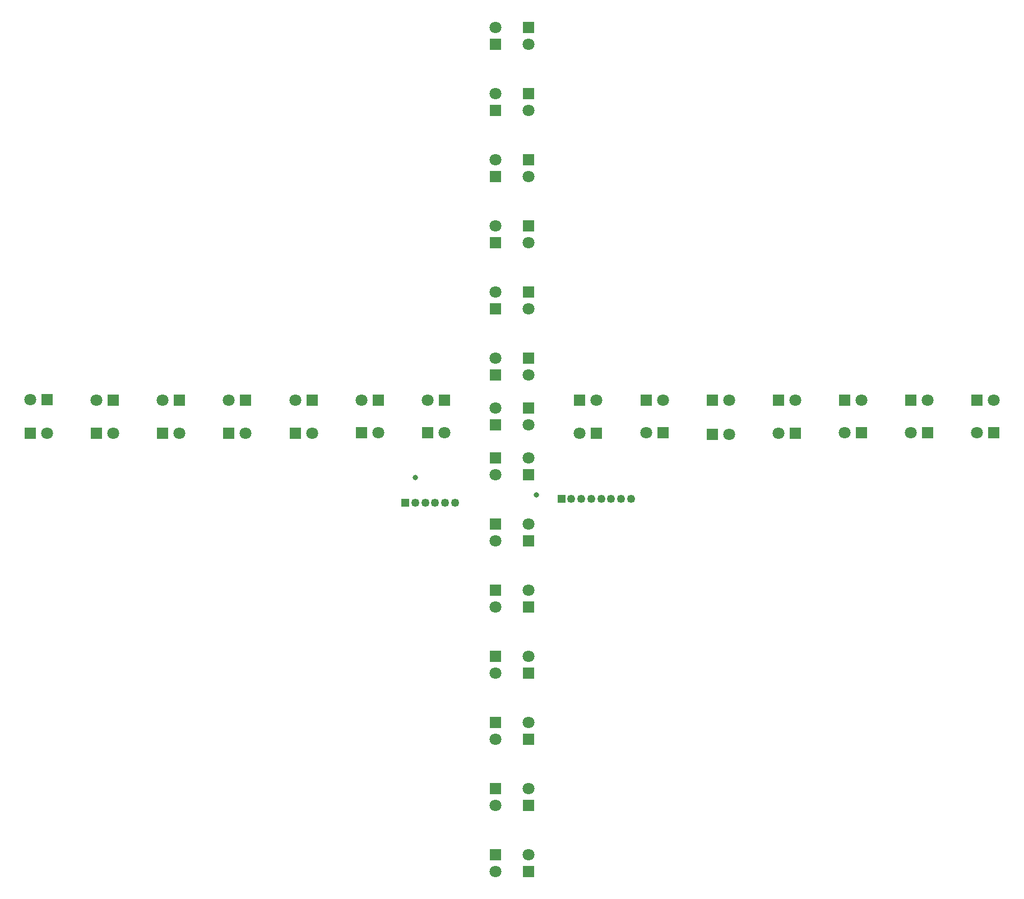
<source format=gbs>
G04 #@! TF.GenerationSoftware,KiCad,Pcbnew,(6.0.1)*
G04 #@! TF.CreationDate,2022-02-25T16:08:36+09:00*
G04 #@! TF.ProjectId,line_senser20220225,6c696e65-5f73-4656-9e73-657232303232,rev?*
G04 #@! TF.SameCoordinates,PX17d7840PYb06e040*
G04 #@! TF.FileFunction,Soldermask,Bot*
G04 #@! TF.FilePolarity,Negative*
%FSLAX46Y46*%
G04 Gerber Fmt 4.6, Leading zero omitted, Abs format (unit mm)*
G04 Created by KiCad (PCBNEW (6.0.1)) date 2022-02-25 16:08:36*
%MOMM*%
%LPD*%
G01*
G04 APERTURE LIST*
%ADD10R,1.250000X1.250000*%
%ADD11C,1.250000*%
%ADD12R,1.251000X1.251000*%
%ADD13C,1.251000*%
%ADD14R,1.800000X1.800000*%
%ADD15C,1.800000*%
%ADD16C,0.800000*%
G04 APERTURE END LIST*
D10*
X87460000Y62535000D03*
D11*
X88960000Y62535000D03*
X90460000Y62535000D03*
X91960000Y62535000D03*
X93460000Y62535000D03*
X94960000Y62535000D03*
X96460000Y62535000D03*
X97960000Y62535000D03*
D12*
X63885000Y61925000D03*
D13*
X65385000Y61925000D03*
X66885000Y61925000D03*
X68385000Y61925000D03*
X69885000Y61925000D03*
X71385000Y61925000D03*
D14*
X77500000Y73730000D03*
D15*
X77500000Y76270000D03*
D14*
X82500000Y83770000D03*
D15*
X82500000Y81230000D03*
D14*
X82500000Y133770000D03*
D15*
X82500000Y131230000D03*
D14*
X82500000Y56230000D03*
D15*
X82500000Y58770000D03*
D14*
X67230000Y72500000D03*
D15*
X69770000Y72500000D03*
D14*
X57230000Y72500000D03*
D15*
X59770000Y72500000D03*
D14*
X82500000Y103770000D03*
D15*
X82500000Y101230000D03*
D14*
X82500000Y113770000D03*
D15*
X82500000Y111230000D03*
D14*
X82500000Y123770000D03*
D15*
X82500000Y121230000D03*
D14*
X82500000Y46230000D03*
D15*
X82500000Y48770000D03*
D14*
X82500000Y36230000D03*
D15*
X82500000Y38770000D03*
D14*
X82500000Y26230000D03*
D15*
X82500000Y28770000D03*
D14*
X82500000Y16230000D03*
D15*
X82500000Y18770000D03*
D14*
X82500000Y6230000D03*
D15*
X82500000Y8770000D03*
D14*
X37230000Y72426000D03*
D15*
X39770000Y72426000D03*
D14*
X27230000Y72426000D03*
D15*
X29770000Y72426000D03*
D14*
X17230000Y72426000D03*
D15*
X19770000Y72426000D03*
D14*
X82500000Y76270000D03*
D15*
X82500000Y73730000D03*
D14*
X77500000Y81230000D03*
D15*
X77500000Y83770000D03*
D14*
X77500000Y131230000D03*
D15*
X77500000Y133770000D03*
D14*
X90230000Y77426000D03*
D15*
X92770000Y77426000D03*
D14*
X100230000Y77426000D03*
D15*
X102770000Y77426000D03*
D14*
X69770000Y77426000D03*
D15*
X67230000Y77426000D03*
D14*
X59770000Y77426000D03*
D15*
X57230000Y77426000D03*
D14*
X77500000Y101230000D03*
D15*
X77500000Y103770000D03*
D14*
X77500000Y111230000D03*
D15*
X77500000Y113770000D03*
D14*
X77500000Y121230000D03*
D15*
X77500000Y123770000D03*
D14*
X77500000Y18770000D03*
D15*
X77500000Y16230000D03*
D14*
X77500000Y8770000D03*
D15*
X77500000Y6230000D03*
D14*
X49770000Y77426000D03*
D15*
X47230000Y77426000D03*
D14*
X39770000Y77426000D03*
D15*
X37230000Y77426000D03*
D14*
X29770000Y77426000D03*
D15*
X27230000Y77426000D03*
D14*
X19770000Y77426000D03*
D15*
X17230000Y77426000D03*
D14*
X9770000Y77500000D03*
D15*
X7230000Y77500000D03*
D14*
X110230000Y77426000D03*
D15*
X112770000Y77426000D03*
D14*
X120230000Y77426000D03*
D15*
X122770000Y77426000D03*
D14*
X130230000Y77426000D03*
D15*
X132770000Y77426000D03*
D14*
X140230000Y77426000D03*
D15*
X142770000Y77426000D03*
D14*
X150230000Y77426000D03*
D15*
X152770000Y77426000D03*
D14*
X82500000Y93770000D03*
D15*
X82500000Y91230000D03*
D14*
X77500000Y91230000D03*
D15*
X77500000Y93770000D03*
D14*
X110230000Y72250000D03*
D15*
X112770000Y72250000D03*
D14*
X7230000Y72426000D03*
D15*
X9770000Y72426000D03*
D14*
X47230000Y72426000D03*
D15*
X49770000Y72426000D03*
D14*
X152770000Y72500000D03*
D15*
X150230000Y72500000D03*
D14*
X142770000Y72500000D03*
D15*
X140230000Y72500000D03*
D14*
X132770000Y72500000D03*
D15*
X130230000Y72500000D03*
D14*
X122770000Y72426000D03*
D15*
X120230000Y72426000D03*
D14*
X102770000Y72500000D03*
D15*
X100230000Y72500000D03*
D14*
X92770000Y72426000D03*
D15*
X90230000Y72426000D03*
D14*
X82500000Y66230000D03*
D15*
X82500000Y68770000D03*
D14*
X77500000Y58770000D03*
D15*
X77500000Y56230000D03*
D14*
X77500000Y48770000D03*
D15*
X77500000Y46230000D03*
D14*
X77500000Y28770000D03*
D15*
X77500000Y26230000D03*
D14*
X77500000Y68770000D03*
D15*
X77500000Y66230000D03*
D14*
X77500000Y38770000D03*
D15*
X77500000Y36230000D03*
D16*
X83694400Y63157400D03*
X65413100Y65762500D03*
M02*

</source>
